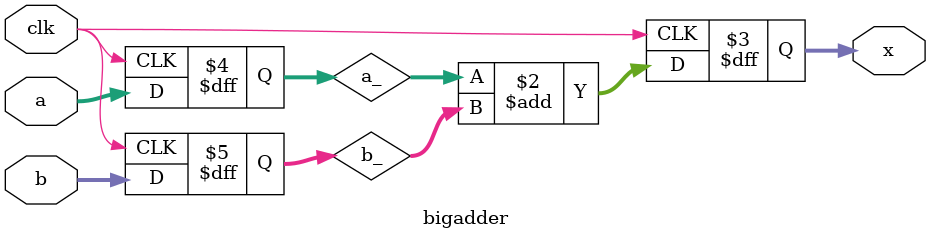
<source format=sv>
`default_nettype none

module bigadder (
    input logic [15:0] a, b,
    output logic [16:0] x,
    input logic clk
);

    logic [15:0] a_, b_;

    always_ff @(posedge clk) begin
        a_ <= a;
        b_ <= b;

        x <= a_ + b_;
    end

endmodule

</source>
